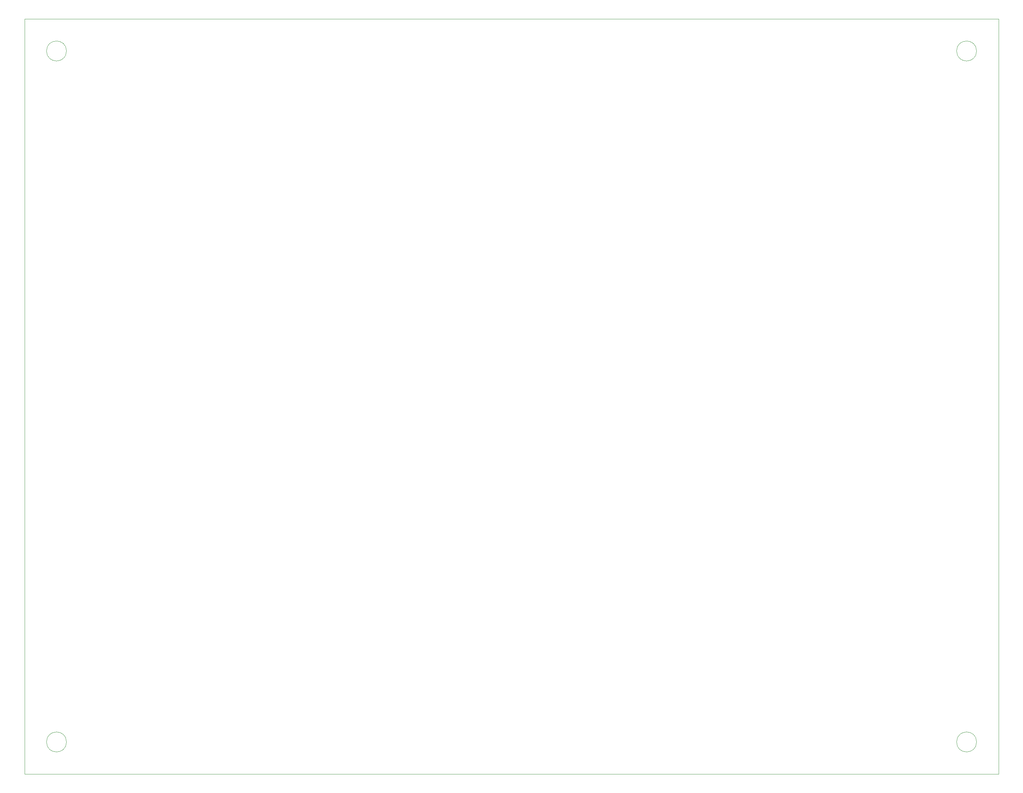
<source format=gbr>
%TF.GenerationSoftware,KiCad,Pcbnew,(6.0.9)*%
%TF.CreationDate,2023-01-18T11:33:35+02:00*%
%TF.ProjectId,SilosProject02,53696c6f-7350-4726-9f6a-65637430322e,rev?*%
%TF.SameCoordinates,Original*%
%TF.FileFunction,Profile,NP*%
%FSLAX46Y46*%
G04 Gerber Fmt 4.6, Leading zero omitted, Abs format (unit mm)*
G04 Created by KiCad (PCBNEW (6.0.9)) date 2023-01-18 11:33:35*
%MOMM*%
%LPD*%
G01*
G04 APERTURE LIST*
%TA.AperFunction,Profile*%
%ADD10C,0.100000*%
%TD*%
G04 APERTURE END LIST*
D10*
X-500000000Y-426000000D02*
X-500000000Y-585000000D01*
X-261500000Y-592000000D02*
G75*
G03*
X-261500000Y-592000000I-2500000J0D01*
G01*
X-256000000Y-411000000D02*
X-256000000Y-426000000D01*
X-271000000Y-600000000D02*
X-256000000Y-600000000D01*
X-500000000Y-411000000D02*
X-485000000Y-411000000D01*
X-489500000Y-419000000D02*
G75*
G03*
X-489500000Y-419000000I-2500000J0D01*
G01*
X-500000000Y-585000000D02*
X-500000000Y-600000000D01*
X-271000000Y-411000000D02*
X-485000000Y-411000000D01*
X-261500000Y-419000000D02*
G75*
G03*
X-261500000Y-419000000I-2500000J0D01*
G01*
X-485000000Y-600000000D02*
X-271000000Y-600000000D01*
X-256000000Y-600000000D02*
X-256000000Y-585000000D01*
X-271000000Y-411000000D02*
X-256000000Y-411000000D01*
X-256000000Y-585000000D02*
X-256000000Y-426000000D01*
X-500000000Y-600000000D02*
X-485000000Y-600000000D01*
X-489500000Y-592000000D02*
G75*
G03*
X-489500000Y-592000000I-2500000J0D01*
G01*
X-500000000Y-426000000D02*
X-500000000Y-411000000D01*
M02*

</source>
